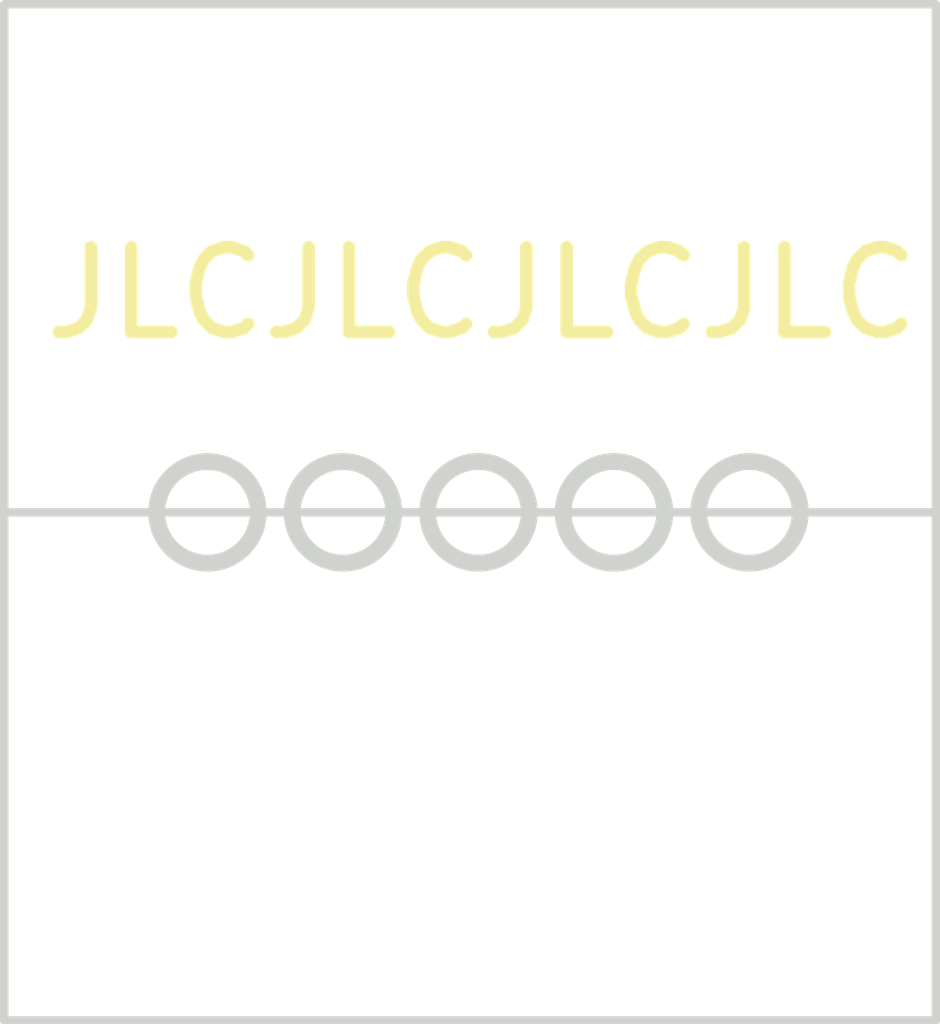
<source format=kicad_pcb>
(kicad_pcb (version 20221018) (generator pcbnew)

  (general
    (thickness 1.6)
  )

  (paper "A4")
  (layers
    (0 "F.Cu" signal)
    (31 "B.Cu" power)
    (32 "B.Adhes" user "B.Adhesive")
    (33 "F.Adhes" user "F.Adhesive")
    (34 "B.Paste" user)
    (35 "F.Paste" user)
    (36 "B.SilkS" user "B.Silkscreen")
    (37 "F.SilkS" user "F.Silkscreen")
    (38 "B.Mask" user)
    (39 "F.Mask" user)
    (40 "Dwgs.User" user "User.Drawings")
    (41 "Cmts.User" user "User.Comments")
    (42 "Eco1.User" user "User.Eco1")
    (43 "Eco2.User" user "User.Eco2")
    (44 "Edge.Cuts" user)
    (45 "Margin" user)
    (46 "B.CrtYd" user "B.Courtyard")
    (47 "F.CrtYd" user "F.Courtyard")
    (48 "B.Fab" user)
    (49 "F.Fab" user)
    (50 "User.1" user)
    (51 "User.2" user)
    (52 "User.3" user)
    (53 "User.4" user)
    (54 "User.5" user)
    (55 "User.6" user)
    (56 "User.7" user)
    (57 "User.8" user)
    (58 "User.9" user)
  )

  (setup
    (stackup
      (layer "F.SilkS" (type "Top Silk Screen") (color "White"))
      (layer "F.Paste" (type "Top Solder Paste"))
      (layer "F.Mask" (type "Top Solder Mask") (color "Black") (thickness 0.01))
      (layer "F.Cu" (type "copper") (thickness 0.035))
      (layer "dielectric 1" (type "core") (thickness 1.51) (material "FR4") (epsilon_r 4.5) (loss_tangent 0.02))
      (layer "B.Cu" (type "copper") (thickness 0.035))
      (layer "B.Mask" (type "Bottom Solder Mask") (color "Black") (thickness 0.01))
      (layer "B.Paste" (type "Bottom Solder Paste"))
      (layer "B.SilkS" (type "Bottom Silk Screen") (color "White"))
      (copper_finish "None")
      (dielectric_constraints no)
    )
    (pad_to_mask_clearance 0)
    (pcbplotparams
      (layerselection 0x00010fc_ffffffff)
      (plot_on_all_layers_selection 0x0000000_00000000)
      (disableapertmacros false)
      (usegerberextensions false)
      (usegerberattributes true)
      (usegerberadvancedattributes true)
      (creategerberjobfile true)
      (dashed_line_dash_ratio 12.000000)
      (dashed_line_gap_ratio 3.000000)
      (svgprecision 4)
      (plotframeref false)
      (viasonmask false)
      (mode 1)
      (useauxorigin false)
      (hpglpennumber 1)
      (hpglpenspeed 20)
      (hpglpendiameter 15.000000)
      (dxfpolygonmode true)
      (dxfimperialunits true)
      (dxfusepcbnewfont true)
      (psnegative false)
      (psa4output false)
      (plotreference true)
      (plotvalue true)
      (plotinvisibletext false)
      (sketchpadsonfab false)
      (subtractmaskfromsilk false)
      (outputformat 1)
      (mirror false)
      (drillshape 1)
      (scaleselection 1)
      (outputdirectory "")
    )
  )

  (net 0 "")

  (gr_circle (center 140 102) (end 140.6 102)
    (stroke (width 0.2) (type default)) (fill none) (layer "Edge.Cuts") (tstamp 232e6dce-e4ce-401a-8684-e8ed8bda553e))
  (gr_line (start 147 108) (end 147 102)
    (stroke (width 0.1) (type default)) (layer "Edge.Cuts") (tstamp 5b763483-59d5-4176-8fe8-294a841ed79d))
  (gr_rect (start 136 96) (end 147 102)
    (stroke (width 0.1) (type default)) (fill none) (layer "Edge.Cuts") (tstamp 86e603e7-f9a7-4cd9-9c59-3cf8f79408c7))
  (gr_circle (center 141.6 102) (end 142.2 102)
    (stroke (width 0.2) (type default)) (fill none) (layer "Edge.Cuts") (tstamp 971ddd26-9bf2-40ab-a497-f8da890c1a63))
  (gr_line (start 136 108) (end 147 108)
    (stroke (width 0.1) (type default)) (layer "Edge.Cuts") (tstamp c1b05df4-8515-46ef-a679-2277bbbbacfd))
  (gr_circle (center 138.4 102) (end 139 102)
    (stroke (width 0.2) (type default)) (fill none) (layer "Edge.Cuts") (tstamp dd0073ff-c6be-4a05-9222-39288c21bac3))
  (gr_circle (center 143.2 102) (end 143.8 102)
    (stroke (width 0.2) (type default)) (fill none) (layer "Edge.Cuts") (tstamp dd6df100-60b5-4e7d-bd86-d8e768a987b5))
  (gr_line (start 136 102) (end 136 108)
    (stroke (width 0.1) (type default)) (layer "Edge.Cuts") (tstamp ed679b66-7727-47a2-894b-c1f6e3df434a))
  (gr_circle (center 144.8 102) (end 145.4 102)
    (stroke (width 0.2) (type default)) (fill none) (layer "Edge.Cuts") (tstamp fc366c01-5a29-4c95-948f-9ac6c6678c62))
  (gr_text "JLCJLCJLCJLC" (at 136.4 100) (layer "F.SilkS") (tstamp 0b9e78fb-0b1c-40a1-9b4e-2c6db86374c9)
    (effects (font (size 1 1) (thickness 0.15)) (justify left bottom))
  )

)

</source>
